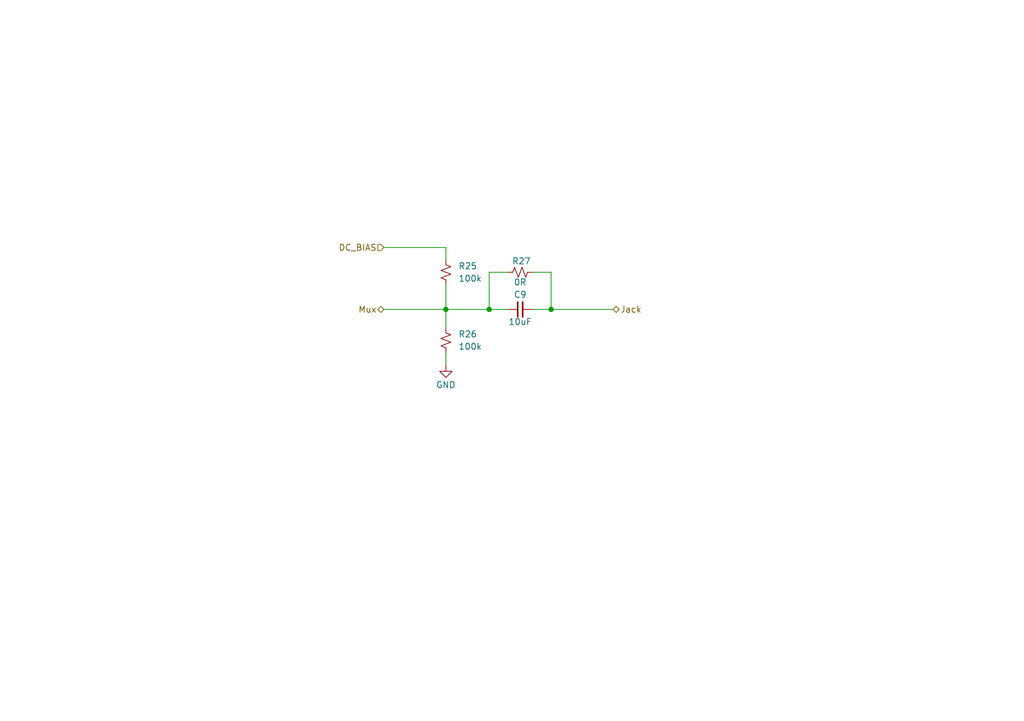
<source format=kicad_sch>
(kicad_sch (version 20250114) (generator "eeschema") (generator_version "9.0")
  (paper "A5")
  (lib_symbols
    (symbol "Device:C_Small" (pin_numbers (hide yes)) (pin_names (offset 0.254) (hide yes))
      (property "Reference" "C" (at 0.254 1.778 0))
      (property "Value" "C_Small" (at 0.254 -2.032 0))
      (symbol "C_Small_0_1"
        (polyline (pts (xy -1.524 0.508) (xy 1.524 0.508)) (stroke (width 0.3048)))
        (polyline (pts (xy -1.524 -0.508) (xy 1.524 -0.508)) (stroke (width 0.3302)))
      )
      (symbol "C_Small_1_1"
        (pin passive line (at 0 2.54 270) (length 2.032) (name "~") (number "1"))
        (pin passive line (at 0 -2.54 90) (length 2.032) (name "~") (number "2"))
      )
    )
    (symbol "Device:R_Small_US" (pin_numbers (hide yes)) (pin_names (offset 0.254) (hide yes))
      (property "Reference" "R" (at 0.762 0.508 0))
      (property "Value" "R_Small_US" (at 0.762 -1.016 0))
      (symbol "R_Small_US_1_1"
        (polyline (pts (xy 0 1.524) (xy 1.016 1.143) (xy 0 0.762) (xy -1.016 0.381) (xy 0 0)))
        (polyline (pts (xy 0 0) (xy 1.016 -0.381) (xy 0 -0.762) (xy -1.016 -1.143) (xy 0 -1.524)))
        (pin passive line (at 0 2.54 270) (length 1.016) (name "~") (number "1"))
        (pin passive line (at 0 -2.54 90) (length 1.016) (name "~") (number "2"))
      )
    )
    (symbol "power:GND" (power) (pin_numbers (hide yes)) (pin_names (offset 0) (hide yes))
      (property "Value" "GND" (at 0 -3.81 0))
      (symbol "GND_0_1"
        (polyline (pts (xy 0 0) (xy 0 -1.27) (xy 1.27 -1.27) (xy 0 -2.54) (xy -1.27 -1.27) (xy 0 -1.27)))
      )
      (symbol "GND_1_1"
        (pin power_in line (at 0 0 270) (length 0) (name "~") (number "1"))
      )
    )
  )
  (junction (at 100.33 63.5))
  (junction (at 113.03 63.5))
  (junction (at 91.44 63.5))
  (wire (pts (xy 113.03 55.88) (xy 113.03 63.5)))
  (wire (pts (xy 100.33 63.5) (xy 104.14 63.5)))
  (wire (pts (xy 91.44 53.34) (xy 91.44 50.8)))
  (wire (pts (xy 100.33 55.88) (xy 100.33 63.5)))
  (wire (pts (xy 78.74 63.5) (xy 91.44 63.5)))
  (wire (pts (xy 78.74 50.8) (xy 91.44 50.8)))
  (wire (pts (xy 109.22 63.5) (xy 113.03 63.5)))
  (wire (pts (xy 91.44 63.5) (xy 100.33 63.5)))
  (wire (pts (xy 109.22 55.88) (xy 113.03 55.88)))
  (wire (pts (xy 91.44 63.5) (xy 91.44 67.31)))
  (wire (pts (xy 91.44 58.42) (xy 91.44 63.5)))
  (wire (pts (xy 113.03 63.5) (xy 125.73 63.5)))
  (wire (pts (xy 91.44 72.39) (xy 91.44 74.93)))
  (wire (pts (xy 104.14 55.88) (xy 100.33 55.88)))
  (hierarchical_label "Mux" (shape bidirectional) (at 78.74 63.5 180))
  (hierarchical_label "DC_BIAS" (shape input) (at 78.74 50.8 180))
  (hierarchical_label "Jack" (shape bidirectional) (at 125.73 63.5 0))
  (symbol (lib_id "power:GND") (at 91.44 74.93 0) (unit 1)
    (property "Reference" "#PWR022" (effects (hide yes)))
    (property "Value" "GND" (at 91.44 78.994 0))
    (property "Description" "Power symbol creates a global label with name \"GND\" , ground" (effects (hide yes)))
    (instances (project "CableTester_Mux" (path "" (reference "#PWR029") (unit 1)) (path "" (reference "#PWR026") (unit 1)) (path "" (reference "#PWR034") (unit 1)) (path "" (reference "#PWR028") (unit 1)) (path "" (reference "#PWR036") (unit 1)) (path "" (reference "#PWR021") (unit 1)) (path "" (reference "#PWR033") (unit 1)) (path "" (reference "#PWR022") (unit 1)) (path "" (reference "#PWR024") (unit 1)) (path "" (reference "#PWR025") (unit 1)) (path "" (reference "#PWR032") (unit 1)) (path "" (reference "#PWR035") (unit 1)) (path "" (reference "#PWR023") (unit 1)) (path "" (reference "#PWR030") (unit 1)) (path "" (reference "#PWR031") (unit 1)) (path "" (reference "#PWR027") (unit 1))))
  )
  (symbol (lib_id "Device:R_Small_US") (at 91.44 55.88 0) (unit 1)
    (property "Reference" "R1" (at 93.98 54.6099 0) (effects (justify left)))
    (property "Value" "100k" (at 93.98 57.1499 0) (effects (justify left)))
    (property "Footprint" "Resistor_SMD:R_0603_1608Metric_Pad0.98x0.95mm_HandSolder" (effects (hide yes)))
    (property "Description" "Resistor, small US symbol" (effects (hide yes)))
    (property "Manufacturer" "Susumu" (effects (hide yes)))
    (property "Manufacturer Product Number" "RG1608P-104-B-T5" (effects (hide yes)))
    (property "Supplier" "Digikey" (effects (hide yes)))
    (property "Supplier Part Number" "RG16P100KBCT-ND" (effects (hide yes)))
    (instances (project "CableTester_Mux" (path "" (reference "R25") (unit 1)) (path "" (reference "R16") (unit 1)) (path "" (reference "R40") (unit 1)) (path "" (reference "R22") (unit 1)) (path "" (reference "R46") (unit 1)) (path "" (reference "R4") (unit 1)) (path "" (reference "R37") (unit 1)) (path "" (reference "R1") (unit 1)) (path "" (reference "R10") (unit 1)) (path "" (reference "R13") (unit 1)) (path "" (reference "R34") (unit 1)) (path "" (reference "R43") (unit 1)) (path "" (reference "R7") (unit 1)) (path "" (reference "R28") (unit 1)) (path "" (reference "R31") (unit 1)) (path "" (reference "R19") (unit 1))))
  )
  (symbol (lib_id "Device:R_Small_US") (at 91.44 69.85 0) (unit 1)
    (property "Reference" "R2" (at 93.98 68.5799 0) (effects (justify left)))
    (property "Value" "100k" (at 93.98 71.1199 0) (effects (justify left)))
    (property "Footprint" "Resistor_SMD:R_0603_1608Metric_Pad0.98x0.95mm_HandSolder" (effects (hide yes)))
    (property "Description" "Resistor, small US symbol" (effects (hide yes)))
    (property "Manufacturer" "Susumu" (effects (hide yes)))
    (property "Manufacturer Product Number" "RG1608P-104-B-T5" (effects (hide yes)))
    (property "Supplier" "Digikey" (effects (hide yes)))
    (property "Supplier Part Number" "RG16P100KBCT-ND" (effects (hide yes)))
    (instances (project "CableTester_Mux" (path "" (reference "R26") (unit 1)) (path "" (reference "R17") (unit 1)) (path "" (reference "R41") (unit 1)) (path "" (reference "R23") (unit 1)) (path "" (reference "R47") (unit 1)) (path "" (reference "R5") (unit 1)) (path "" (reference "R38") (unit 1)) (path "" (reference "R2") (unit 1)) (path "" (reference "R11") (unit 1)) (path "" (reference "R14") (unit 1)) (path "" (reference "R35") (unit 1)) (path "" (reference "R44") (unit 1)) (path "" (reference "R8") (unit 1)) (path "" (reference "R29") (unit 1)) (path "" (reference "R32") (unit 1)) (path "" (reference "R20") (unit 1))))
  )
  (symbol (lib_id "Device:C_Small") (at 106.68 63.5 90) (unit 1)
    (property "Reference" "C1" (at 106.68 60.452 90))
    (property "Value" "10uF" (at 106.68 66.04 90))
    (property "Footprint" "Capacitor_SMD:C_1210_3225Metric_Pad1.33x2.70mm_HandSolder" (effects (hide yes)))
    (property "Description" "Unpolarized capacitor, small symbol" (effects (hide yes)))
    (property "Manufacturer" "Samsung Electro-Mechanics" (effects (hide yes)))
    (property "Manufacturer Product Number" "CL32B106KBJNNWE" (effects (hide yes)))
    (property "Supplier" "Digikey" (effects (hide yes)))
    (property "Supplier Part Number" "1276-3388-1-ND" (effects (hide yes)))
    (instances (project "CableTester_Mux" (path "" (reference "C9") (unit 1)) (path "" (reference "C6") (unit 1)) (path "" (reference "C14") (unit 1)) (path "" (reference "C8") (unit 1)) (path "" (reference "C16") (unit 1)) (path "" (reference "C2") (unit 1)) (path "" (reference "C13") (unit 1)) (path "" (reference "C1") (unit 1)) (path "" (reference "C4") (unit 1)) (path "" (reference "C5") (unit 1)) (path "" (reference "C12") (unit 1)) (path "" (reference "C15") (unit 1)) (path "" (reference "C3") (unit 1)) (path "" (reference "C10") (unit 1)) (path "" (reference "C11") (unit 1)) (path "" (reference "C7") (unit 1))))
  )
  (symbol (lib_id "Device:R_Small_US") (at 106.68 55.88 90) (unit 1)
    (property "Reference" "R3" (at 106.934 53.594 90))
    (property "Value" "0R" (at 106.68 57.912 90))
    (property "Footprint" "Resistor_SMD:R_0603_1608Metric_Pad0.98x0.95mm_HandSolder" (effects (hide yes)))
    (property "Description" "Resistor, small US symbol" (effects (hide yes)))
    (property "Manufacturer" "Vishay Dale" (effects (hide yes)))
    (property "Manufacturer Product Number" "CRCW06030000Z0EA" (effects (hide yes)))
    (property "Supplier" "Digikey" (effects (hide yes)))
    (property "Supplier Part Number" "541-0.0GCT-ND" (effects (hide yes)))
    (instances (project "CableTester_Mux" (path "" (reference "R27") (unit 1)) (path "" (reference "R18") (unit 1)) (path "" (reference "R42") (unit 1)) (path "" (reference "R24") (unit 1)) (path "" (reference "R48") (unit 1)) (path "" (reference "R6") (unit 1)) (path "" (reference "R39") (unit 1)) (path "" (reference "R3") (unit 1)) (path "" (reference "R12") (unit 1)) (path "" (reference "R15") (unit 1)) (path "" (reference "R36") (unit 1)) (path "" (reference "R45") (unit 1)) (path "" (reference "R9") (unit 1)) (path "" (reference "R30") (unit 1)) (path "" (reference "R33") (unit 1)) (path "" (reference "R21") (unit 1))))
  )
)
</source>
